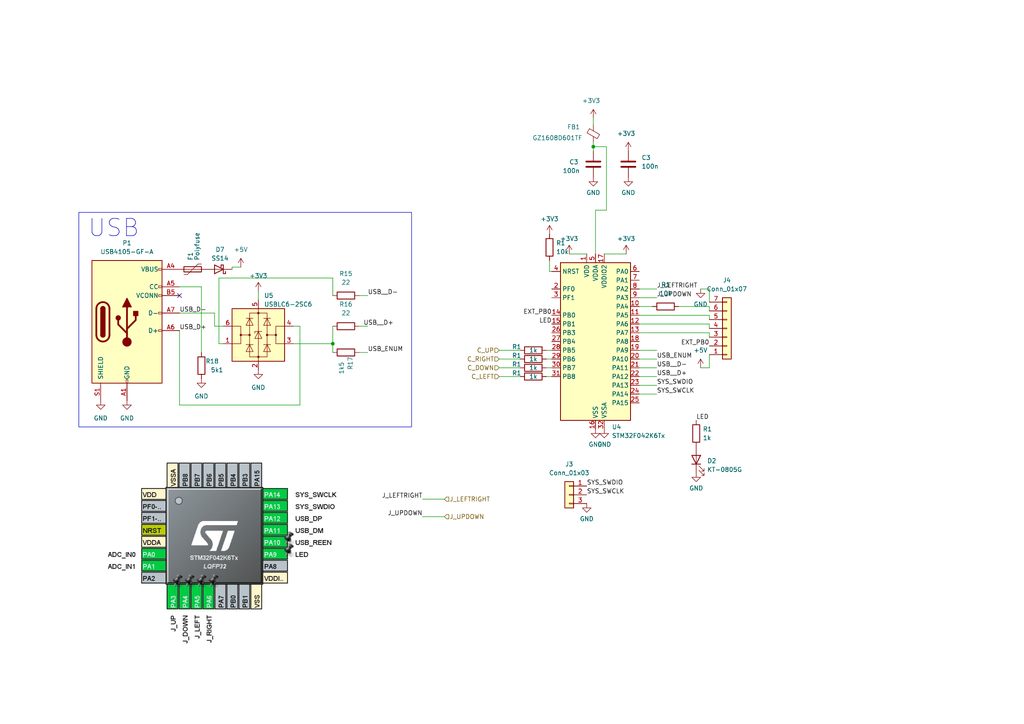
<source format=kicad_sch>
(kicad_sch (version 20230121) (generator eeschema)
  (paper "A4")
  (lib_symbols
    (symbol "Connector:USB_C_Plug_USB2.0" (pin_names (offset 1.016))
      (property "Reference" "P" (at -10.16 19.05 0))
      (property "Value" "USB_C_Plug_USB2.0" (at 12.7 19.05 0))
      (symbol "USB_C_Plug_USB2.0_0_0"
        (rectangle (start -0.254 -17.78) (end 0.254 -16.764))
        (rectangle (start 10.16 -2.286) (end 9.144 -2.794))
        (rectangle (start 10.16 2.794) (end 9.144 2.286))
        (rectangle (start 10.16 7.874) (end 9.144 7.366))
        (rectangle (start 10.16 10.414) (end 9.144 9.906))
        (rectangle (start 10.16 15.494) (end 9.144 14.986))
      )
      (symbol "USB_C_Plug_USB2.0_0_1"
        (rectangle (start -10.16 17.78) (end 10.16 -17.78) (stroke (width 0.254)) (fill (type background)))
        (arc (start -8.89 -3.81) (mid -6.985 -5.7067) (end -5.08 -3.81) (stroke (width 0.508)))
        (arc (start -7.62 -3.81) (mid -6.985 -4.4423) (end -6.35 -3.81) (stroke (width 0.254)))
        (arc (start -7.62 -3.81) (mid -6.985 -4.4423) (end -6.35 -3.81) (stroke (width 0.254)) (fill (type outline)))
        (rectangle (start -7.62 -3.81) (end -6.35 3.81) (stroke (width 0.254)) (fill (type outline)))
        (arc (start -6.35 3.81) (mid -6.985 4.4423) (end -7.62 3.81) (stroke (width 0.254)))
        (arc (start -6.35 3.81) (mid -6.985 4.4423) (end -7.62 3.81) (stroke (width 0.254)) (fill (type outline)))
        (arc (start -5.08 3.81) (mid -6.985 5.7067) (end -8.89 3.81) (stroke (width 0.508)))
        (circle (center -2.54 1.143) (radius 0.635) (stroke (width 0.254)) (fill (type outline)))
        (circle (center 0 -5.842) (radius 1.27) (fill (type outline)))
        (polyline (pts (xy -8.89 -3.81) (xy -8.89 3.81)) (stroke (width 0.508)))
        (polyline (pts (xy -5.08 3.81) (xy -5.08 -3.81)) (stroke (width 0.508)))
        (polyline (pts (xy 0 -5.842) (xy 0 4.318)) (stroke (width 0.508)))
        (polyline (pts (xy 0 -3.302) (xy -2.54 -0.762) (xy -2.54 0.508)) (stroke (width 0.508)))
        (polyline (pts (xy 0 -2.032) (xy 2.54 0.508) (xy 2.54 1.778)) (stroke (width 0.508)))
        (polyline (pts (xy -1.27 4.318) (xy 0 6.858) (xy 1.27 4.318) (xy -1.27 4.318)) (stroke (width 0.254)) (fill (type outline)))
        (rectangle (start 1.905 1.778) (end 3.175 3.048) (stroke (width 0.254)) (fill (type outline)))
      )
      (symbol "USB_C_Plug_USB2.0_1_1"
        (pin passive line (at 0 -22.86 90) (length 5.08) (name "GND") (number "A1"))
        (pin passive line (at 0 -22.86 90) (length 5.08) hide (name "GND") (number "A12"))
        (pin passive line (at 15.24 15.24 180) (length 5.08) (name "VBUS") (number "A4"))
        (pin bidirectional line (at 15.24 10.16 180) (length 5.08) (name "CC") (number "A5"))
        (pin bidirectional line (at 15.24 -2.54 180) (length 5.08) (name "D+") (number "A6"))
        (pin bidirectional line (at 15.24 2.54 180) (length 5.08) (name "D-") (number "A7"))
        (pin passive line (at 15.24 15.24 180) (length 5.08) hide (name "VBUS") (number "A9"))
        (pin passive line (at 0 -22.86 90) (length 5.08) hide (name "GND") (number "B1"))
        (pin passive line (at 0 -22.86 90) (length 5.08) hide (name "GND") (number "B12"))
        (pin passive line (at 15.24 15.24 180) (length 5.08) hide (name "VBUS") (number "B4"))
        (pin bidirectional line (at 15.24 7.62 180) (length 5.08) (name "VCONN") (number "B5"))
        (pin passive line (at 15.24 15.24 180) (length 5.08) hide (name "VBUS") (number "B9"))
        (pin passive line (at -7.62 -22.86 90) (length 5.08) (name "SHIELD") (number "S1"))
      )
    )
    (symbol "Connector_Generic:Conn_01x03" (pin_names (offset 1.016) hide)
      (property "Reference" "J" (at 0 5.08 0))
      (property "Value" "Conn_01x03" (at 0 -5.08 0))
      (symbol "Conn_01x03_1_1"
        (rectangle (start -1.27 -2.413) (end 0 -2.667) (stroke (width 0.1524)))
        (rectangle (start -1.27 0.127) (end 0 -0.127) (stroke (width 0.1524)))
        (rectangle (start -1.27 2.667) (end 0 2.413) (stroke (width 0.1524)))
        (rectangle (start -1.27 3.81) (end 1.27 -3.81) (stroke (width 0.254)) (fill (type background)))
        (pin passive line (at -5.08 2.54 0) (length 3.81) (name "Pin_1") (number "1"))
        (pin passive line (at -5.08 0 0) (length 3.81) (name "Pin_2") (number "2"))
        (pin passive line (at -5.08 -2.54 0) (length 3.81) (name "Pin_3") (number "3"))
      )
    )
    (symbol "Connector_Generic:Conn_01x07" (pin_names (offset 1.016) hide)
      (property "Reference" "J" (at 0 10.16 0))
      (property "Value" "Conn_01x07" (at 0 -10.16 0))
      (symbol "Conn_01x07_1_1"
        (rectangle (start -1.27 -7.493) (end 0 -7.747) (stroke (width 0.1524)))
        (rectangle (start -1.27 -4.953) (end 0 -5.207) (stroke (width 0.1524)))
        (rectangle (start -1.27 -2.413) (end 0 -2.667) (stroke (width 0.1524)))
        (rectangle (start -1.27 0.127) (end 0 -0.127) (stroke (width 0.1524)))
        (rectangle (start -1.27 2.667) (end 0 2.413) (stroke (width 0.1524)))
        (rectangle (start -1.27 5.207) (end 0 4.953) (stroke (width 0.1524)))
        (rectangle (start -1.27 7.747) (end 0 7.493) (stroke (width 0.1524)))
        (rectangle (start -1.27 8.89) (end 1.27 -8.89) (stroke (width 0.254)) (fill (type background)))
        (pin passive line (at -5.08 7.62 0) (length 3.81) (name "Pin_1") (number "1"))
        (pin passive line (at -5.08 5.08 0) (length 3.81) (name "Pin_2") (number "2"))
        (pin passive line (at -5.08 2.54 0) (length 3.81) (name "Pin_3") (number "3"))
        (pin passive line (at -5.08 0 0) (length 3.81) (name "Pin_4") (number "4"))
        (pin passive line (at -5.08 -2.54 0) (length 3.81) (name "Pin_5") (number "5"))
        (pin passive line (at -5.08 -5.08 0) (length 3.81) (name "Pin_6") (number "6"))
        (pin passive line (at -5.08 -7.62 0) (length 3.81) (name "Pin_7") (number "7"))
      )
    )
    (symbol "Device:C" (pin_numbers hide) (pin_names (offset 0.254))
      (property "Reference" "C" (at 0.635 2.54 0))
      (property "Value" "C" (at 0.635 -2.54 0))
      (symbol "C_0_1"
        (polyline (pts (xy -2.032 -0.762) (xy 2.032 -0.762)) (stroke (width 0.508)))
        (polyline (pts (xy -2.032 0.762) (xy 2.032 0.762)) (stroke (width 0.508)))
      )
      (symbol "C_1_1"
        (pin passive line (at 0 3.81 270) (length 2.794) (name "~") (number "1"))
        (pin passive line (at 0 -3.81 90) (length 2.794) (name "~") (number "2"))
      )
    )
    (symbol "Device:D_Schottky" (pin_numbers hide) (pin_names (offset 1.016) hide)
      (property "Reference" "D" (at 0 2.54 0))
      (property "Value" "D_Schottky" (at 0 -2.54 0))
      (symbol "D_Schottky_0_1"
        (polyline (pts (xy 1.27 0) (xy -1.27 0)))
        (polyline (pts (xy 1.27 1.27) (xy 1.27 -1.27) (xy -1.27 0) (xy 1.27 1.27)) (stroke (width 0.254)))
        (polyline (pts (xy -1.905 0.635) (xy -1.905 1.27) (xy -1.27 1.27) (xy -1.27 -1.27) (xy -0.635 -1.27) (xy -0.635 -0.635)) (stroke (width 0.254)))
      )
      (symbol "D_Schottky_1_1"
        (pin passive line (at -3.81 0 0) (length 2.54) (name "K") (number "1"))
        (pin passive line (at 3.81 0 180) (length 2.54) (name "A") (number "2"))
      )
    )
    (symbol "Device:FerriteBead_Small" (pin_numbers hide) (pin_names (offset 0))
      (property "Reference" "FB" (at 1.905 1.27 0))
      (property "Value" "FerriteBead_Small" (at 1.905 -1.27 0))
      (symbol "FerriteBead_Small_0_1"
        (polyline (pts (xy 0 -1.27) (xy 0 -0.7874)))
        (polyline (pts (xy 0 0.889) (xy 0 1.2954)))
        (polyline (pts (xy -1.8288 0.2794) (xy -1.1176 1.4986) (xy 1.8288 -0.2032) (xy 1.1176 -1.4224) (xy -1.8288 0.2794)))
      )
      (symbol "FerriteBead_Small_1_1"
        (pin passive line (at 0 2.54 270) (length 1.27) (name "~") (number "1"))
        (pin passive line (at 0 -2.54 90) (length 1.27) (name "~") (number "2"))
      )
    )
    (symbol "Device:LED" (pin_numbers hide) (pin_names (offset 1.016) hide)
      (property "Reference" "D" (at 0 2.54 0))
      (property "Value" "LED" (at 0 -2.54 0))
      (symbol "LED_0_1"
        (polyline (pts (xy -1.27 -1.27) (xy -1.27 1.27)) (stroke (width 0.254)))
        (polyline (pts (xy -1.27 0) (xy 1.27 0)))
        (polyline (pts (xy 1.27 -1.27) (xy 1.27 1.27) (xy -1.27 0) (xy 1.27 -1.27)) (stroke (width 0.254)))
        (polyline (pts (xy -3.048 -0.762) (xy -4.572 -2.286) (xy -3.81 -2.286) (xy -4.572 -2.286) (xy -4.572 -1.524)))
        (polyline (pts (xy -1.778 -0.762) (xy -3.302 -2.286) (xy -2.54 -2.286) (xy -3.302 -2.286) (xy -3.302 -1.524)))
      )
      (symbol "LED_1_1"
        (pin passive line (at -3.81 0 0) (length 2.54) (name "K") (number "1"))
        (pin passive line (at 3.81 0 180) (length 2.54) (name "A") (number "2"))
      )
    )
    (symbol "Device:Polyfuse" (pin_numbers hide) (pin_names (offset 0))
      (property "Reference" "F" (at -2.54 0 90))
      (property "Value" "Polyfuse" (at 2.54 0 90))
      (symbol "Polyfuse_0_1"
        (rectangle (start -0.762 2.54) (end 0.762 -2.54) (stroke (width 0.254)))
        (polyline (pts (xy 0 2.54) (xy 0 -2.54)))
        (polyline (pts (xy -1.524 2.54) (xy -1.524 1.524) (xy 1.524 -1.524) (xy 1.524 -2.54)))
      )
      (symbol "Polyfuse_1_1"
        (pin passive line (at 0 3.81 270) (length 1.27) (name "~") (number "1"))
        (pin passive line (at 0 -3.81 90) (length 1.27) (name "~") (number "2"))
      )
    )
    (symbol "Device:R" (pin_numbers hide) (pin_names (offset 0))
      (property "Reference" "R" (at 2.032 0 90))
      (property "Value" "R" (at 0 0 90))
      (symbol "R_0_1"
        (rectangle (start -1.016 -2.54) (end 1.016 2.54) (stroke (width 0.254)))
      )
      (symbol "R_1_1"
        (pin passive line (at 0 3.81 270) (length 1.27) (name "~") (number "1"))
        (pin passive line (at 0 -3.81 90) (length 1.27) (name "~") (number "2"))
      )
    )
    (symbol "MCU_ST_STM32F0:STM32F042K6Tx"
      (property "Reference" "U" (at -10.16 24.13 0))
      (property "Value" "STM32F042K6Tx" (at 5.08 24.13 0))
      (symbol "STM32F042K6Tx_0_1"
        (rectangle (start -10.16 -22.86) (end 10.16 22.86) (stroke (width 0.254)) (fill (type background)))
      )
      (symbol "STM32F042K6Tx_1_1"
        (pin power_in line (at -2.54 25.4 270) (length 2.54) (name "VDD") (number "1"))
        (pin bidirectional line (at 12.7 10.16 180) (length 2.54) (name "PA4") (number "10"))
        (pin bidirectional line (at 12.7 7.62 180) (length 2.54) (name "PA5") (number "11"))
        (pin bidirectional line (at 12.7 5.08 180) (length 2.54) (name "PA6") (number "12"))
        (pin bidirectional line (at 12.7 2.54 180) (length 2.54) (name "PA7") (number "13"))
        (pin bidirectional line (at -12.7 7.62 0) (length 2.54) (name "PB0") (number "14"))
        (pin bidirectional line (at -12.7 5.08 0) (length 2.54) (name "PB1") (number "15"))
        (pin power_in line (at 0 -25.4 90) (length 2.54) (name "VSS") (number "16"))
        (pin power_in line (at 2.54 25.4 270) (length 2.54) (name "VDDIO2") (number "17"))
        (pin bidirectional line (at 12.7 0 180) (length 2.54) (name "PA8") (number "18"))
        (pin bidirectional line (at 12.7 -2.54 180) (length 2.54) (name "PA9") (number "19"))
        (pin bidirectional line (at -12.7 15.24 0) (length 2.54) (name "PF0") (number "2"))
        (pin bidirectional line (at 12.7 -5.08 180) (length 2.54) (name "PA10") (number "20"))
        (pin bidirectional line (at 12.7 -7.62 180) (length 2.54) (name "PA11") (number "21"))
        (pin bidirectional line (at 12.7 -10.16 180) (length 2.54) (name "PA12") (number "22"))
        (pin bidirectional line (at 12.7 -12.7 180) (length 2.54) (name "PA13") (number "23"))
        (pin bidirectional line (at 12.7 -15.24 180) (length 2.54) (name "PA14") (number "24"))
        (pin bidirectional line (at 12.7 -17.78 180) (length 2.54) (name "PA15") (number "25"))
        (pin bidirectional line (at -12.7 2.54 0) (length 2.54) (name "PB3") (number "26"))
        (pin bidirectional line (at -12.7 0 0) (length 2.54) (name "PB4") (number "27"))
        (pin bidirectional line (at -12.7 -2.54 0) (length 2.54) (name "PB5") (number "28"))
        (pin bidirectional line (at -12.7 -5.08 0) (length 2.54) (name "PB6") (number "29"))
        (pin bidirectional line (at -12.7 12.7 0) (length 2.54) (name "PF1") (number "3"))
        (pin bidirectional line (at -12.7 -7.62 0) (length 2.54) (name "PB7") (number "30"))
        (pin bidirectional line (at -12.7 -10.16 0) (length 2.54) (name "PB8") (number "31"))
        (pin power_in line (at 2.54 -25.4 90) (length 2.54) (name "VSSA") (number "32"))
        (pin input line (at -12.7 20.32 0) (length 2.54) (name "NRST") (number "4"))
        (pin power_in line (at 0 25.4 270) (length 2.54) (name "VDDA") (number "5"))
        (pin bidirectional line (at 12.7 20.32 180) (length 2.54) (name "PA0") (number "6"))
        (pin bidirectional line (at 12.7 17.78 180) (length 2.54) (name "PA1") (number "7"))
        (pin bidirectional line (at 12.7 15.24 180) (length 2.54) (name "PA2") (number "8"))
        (pin bidirectional line (at 12.7 12.7 180) (length 2.54) (name "PA3") (number "9"))
      )
    )
    (symbol "Power_Protection:USBLC6-2SC6" (pin_names hide)
      (property "Reference" "U" (at 2.54 8.89 0))
      (property "Value" "USBLC6-2SC6" (at 2.54 -8.89 0))
      (symbol "USBLC6-2SC6_0_1"
        (rectangle (start -7.62 -7.62) (end 7.62 7.62) (stroke (width 0.254)) (fill (type background)))
        (circle (center -5.08 0) (radius 0.254) (fill (type outline)))
        (circle (center -2.54 0) (radius 0.254) (fill (type outline)))
        (rectangle (start -2.54 6.35) (end 2.54 -6.35))
        (circle (center 0 -6.35) (radius 0.254) (fill (type outline)))
        (polyline (pts (xy -5.08 -2.54) (xy -7.62 -2.54)))
        (polyline (pts (xy -5.08 0) (xy -5.08 -2.54)))
        (polyline (pts (xy -5.08 2.54) (xy -7.62 2.54)))
        (polyline (pts (xy -1.524 -2.794) (xy -3.556 -2.794)))
        (polyline (pts (xy -1.524 4.826) (xy -3.556 4.826)))
        (polyline (pts (xy 0 -7.62) (xy 0 -6.35)))
        (polyline (pts (xy 0 -6.35) (xy 0 1.27)))
        (polyline (pts (xy 0 1.27) (xy 0 6.35)))
        (polyline (pts (xy 0 6.35) (xy 0 7.62)))
        (polyline (pts (xy 1.524 -2.794) (xy 3.556 -2.794)))
        (polyline (pts (xy 1.524 4.826) (xy 3.556 4.826)))
        (polyline (pts (xy 5.08 -2.54) (xy 7.62 -2.54)))
        (polyline (pts (xy 5.08 0) (xy 5.08 -2.54)))
        (polyline (pts (xy 5.08 2.54) (xy 7.62 2.54)))
        (polyline (pts (xy -2.54 0) (xy -5.08 0) (xy -5.08 2.54)))
        (polyline (pts (xy 2.54 0) (xy 5.08 0) (xy 5.08 2.54)))
        (polyline (pts (xy -3.556 -4.826) (xy -1.524 -4.826) (xy -2.54 -2.794) (xy -3.556 -4.826)))
        (polyline (pts (xy -3.556 2.794) (xy -1.524 2.794) (xy -2.54 4.826) (xy -3.556 2.794)))
        (polyline (pts (xy -1.016 -1.016) (xy 1.016 -1.016) (xy 0 1.016) (xy -1.016 -1.016)))
        (polyline (pts (xy 1.016 1.016) (xy 0.762 1.016) (xy -1.016 1.016) (xy -1.016 0.508)))
        (polyline (pts (xy 3.556 -4.826) (xy 1.524 -4.826) (xy 2.54 -2.794) (xy 3.556 -4.826)))
        (polyline (pts (xy 3.556 2.794) (xy 1.524 2.794) (xy 2.54 4.826) (xy 3.556 2.794)))
        (circle (center 0 6.35) (radius 0.254) (fill (type outline)))
        (circle (center 2.54 0) (radius 0.254) (fill (type outline)))
        (circle (center 5.08 0) (radius 0.254) (fill (type outline)))
      )
      (symbol "USBLC6-2SC6_1_1"
        (pin passive line (at -10.16 -2.54 0) (length 2.54) (name "I/O1") (number "1"))
        (pin passive line (at 0 -10.16 90) (length 2.54) (name "GND") (number "2"))
        (pin passive line (at 10.16 -2.54 180) (length 2.54) (name "I/O2") (number "3"))
        (pin passive line (at 10.16 2.54 180) (length 2.54) (name "I/O2") (number "4"))
        (pin passive line (at 0 10.16 270) (length 2.54) (name "VBUS") (number "5"))
        (pin passive line (at -10.16 2.54 0) (length 2.54) (name "I/O1") (number "6"))
      )
    )
    (symbol "power:+3V3" (power) (pin_names (offset 0))
      (property "Value" "+3V3" (at 0 3.556 0))
      (symbol "+3V3_0_1"
        (polyline (pts (xy -0.762 1.27) (xy 0 2.54)))
        (polyline (pts (xy 0 0) (xy 0 2.54)))
        (polyline (pts (xy 0 2.54) (xy 0.762 1.27)))
      )
      (symbol "+3V3_1_1"
        (pin power_in line (at 0 0 90) (length 0) hide (name "+3V3") (number "1"))
      )
    )
    (symbol "power:+5V" (power) (pin_names (offset 0))
      (property "Value" "+5V" (at 0 3.556 0))
      (symbol "+5V_0_1"
        (polyline (pts (xy -0.762 1.27) (xy 0 2.54)))
        (polyline (pts (xy 0 0) (xy 0 2.54)))
        (polyline (pts (xy 0 2.54) (xy 0.762 1.27)))
      )
      (symbol "+5V_1_1"
        (pin power_in line (at 0 0 90) (length 0) hide (name "+5V") (number "1"))
      )
    )
    (symbol "power:GND" (power) (pin_names (offset 0))
      (property "Value" "GND" (at 0 -3.81 0))
      (symbol "GND_0_1"
        (polyline (pts (xy 0 0) (xy 0 -1.27) (xy 1.27 -1.27) (xy 0 -2.54) (xy -1.27 -1.27) (xy 0 -1.27)))
      )
      (symbol "GND_1_1"
        (pin power_in line (at 0 0 270) (length 0) hide (name "GND") (number "1"))
      )
    )
  )
  (junction (at 96.52 99.695))
  (junction (at 172.085 42.545))
  (no_connect (at 52.07 85.725))
  (wire (pts (xy 63.5 80.645) (xy 96.52 80.645)))
  (wire (pts (xy 86.995 94.615) (xy 86.995 117.475)))
  (wire (pts (xy 175.26 73.66) (xy 181.61 73.66)))
  (wire (pts (xy 190.5 104.14) (xy 185.42 104.14)))
  (wire (pts (xy 52.07 83.185) (xy 58.42 83.185)))
  (wire (pts (xy 58.42 83.185) (xy 58.42 102.235)))
  (wire (pts (xy 172.085 42.545) (xy 172.085 43.815)))
  (wire (pts (xy 159.385 78.74) (xy 159.385 75.565)))
  (wire (pts (xy 67.31 77.47) (xy 67.31 78.105)))
  (wire (pts (xy 165.1 73.66) (xy 170.18 73.66)))
  (wire (pts (xy 144.78 106.68) (xy 150.876 106.68)))
  (wire (pts (xy 205.74 96.52) (xy 205.74 97.79)))
  (wire (pts (xy 190.5 86.36) (xy 185.42 86.36)))
  (wire (pts (xy 122.555 149.86) (xy 128.905 149.86)))
  (wire (pts (xy 64.77 94.615) (xy 62.23 94.615)))
  (wire (pts (xy 160.02 78.74) (xy 159.385 78.74)))
  (wire (pts (xy 52.07 117.475) (xy 52.07 95.885)))
  (wire (pts (xy 62.23 94.615) (xy 62.23 90.805)))
  (wire (pts (xy 63.5 99.695) (xy 64.77 99.695)))
  (wire (pts (xy 205.74 88.9) (xy 205.74 90.17)))
  (wire (pts (xy 175.895 60.96) (xy 175.895 42.545)))
  (wire (pts (xy 185.42 114.3) (xy 190.5 114.3)))
  (wire (pts (xy 172.72 73.66) (xy 172.72 60.96)))
  (wire (pts (xy 172.085 41.275) (xy 172.085 42.545)))
  (wire (pts (xy 150.876 101.6) (xy 144.78 101.6)))
  (wire (pts (xy 190.5 109.22) (xy 185.42 109.22)))
  (wire (pts (xy 74.93 84.455) (xy 74.93 86.995)))
  (wire (pts (xy 96.52 99.695) (xy 96.52 102.235)))
  (wire (pts (xy 158.496 104.14) (xy 160.02 104.14)))
  (wire (pts (xy 203.2 106.68) (xy 205.74 106.68)))
  (wire (pts (xy 158.496 101.6) (xy 160.02 101.6)))
  (wire (pts (xy 203.2 83.82) (xy 205.74 83.82)))
  (wire (pts (xy 190.5 83.82) (xy 185.42 83.82)))
  (wire (pts (xy 190.5 101.6) (xy 185.42 101.6)))
  (wire (pts (xy 85.09 99.695) (xy 96.52 99.695)))
  (wire (pts (xy 52.07 117.475) (xy 86.995 117.475)))
  (wire (pts (xy 172.085 42.545) (xy 175.895 42.545)))
  (wire (pts (xy 85.09 94.615) (xy 86.995 94.615)))
  (wire (pts (xy 190.5 111.76) (xy 185.42 111.76)))
  (wire (pts (xy 172.72 60.96) (xy 175.895 60.96)))
  (wire (pts (xy 158.496 106.68) (xy 160.02 106.68)))
  (wire (pts (xy 205.74 93.98) (xy 205.74 95.25)))
  (wire (pts (xy 104.14 94.615) (xy 106.68 94.615)))
  (wire (pts (xy 104.14 85.725) (xy 106.68 85.725)))
  (wire (pts (xy 185.42 96.52) (xy 205.74 96.52)))
  (wire (pts (xy 205.74 83.82) (xy 205.74 87.63)))
  (wire (pts (xy 69.85 77.47) (xy 67.31 77.47)))
  (wire (pts (xy 122.555 144.78) (xy 128.905 144.78)))
  (wire (pts (xy 172.085 34.29) (xy 172.085 36.195)))
  (wire (pts (xy 52.07 90.805) (xy 62.23 90.805)))
  (wire (pts (xy 144.78 104.14) (xy 150.876 104.14)))
  (wire (pts (xy 190.5 106.68) (xy 185.42 106.68)))
  (wire (pts (xy 205.74 91.44) (xy 205.74 92.71)))
  (wire (pts (xy 158.496 109.22) (xy 160.02 109.22)))
  (wire (pts (xy 185.42 93.98) (xy 205.74 93.98)))
  (wire (pts (xy 96.52 94.615) (xy 96.52 99.695)))
  (wire (pts (xy 63.5 80.645) (xy 63.5 99.695)))
  (wire (pts (xy 205.74 106.68) (xy 205.74 102.87)))
  (wire (pts (xy 185.42 88.9) (xy 189.23 88.9)))
  (wire (pts (xy 185.42 91.44) (xy 205.74 91.44)))
  (wire (pts (xy 104.14 102.235) (xy 106.68 102.235)))
  (wire (pts (xy 144.78 109.22) (xy 150.876 109.22)))
  (wire (pts (xy 196.85 88.9) (xy 205.74 88.9)))
  (wire (pts (xy 96.52 85.725) (xy 96.52 80.645)))
  (rectangle (start 22.86 61.595) (end 119.38 123.825))
  (image (at 64.135 158.115) (scale 1.28103))
  (text "USB" (at 25.4 69.215 0) (effects (font (size 5 5)) (justify left bottom)))
  (label "EXT_PB0" (at 160.02 91.44 180))
  (label "LED" (at 201.93 121.92 0))
  (label "J_UPDOWN" (at 190.5 86.36 0))
  (label "USB__D-" (at 106.68 85.725 0))
  (label "EXT_PB0" (at 205.74 100.33 180))
  (label "LED" (at 160.02 93.98 180))
  (label "SYS_SWDIO" (at 170.18 140.97 0))
  (label "J_LEFTRIGHT" (at 122.555 144.78 180))
  (label "SYS_SWCLK" (at 170.18 143.51 0))
  (label "SYS_SWDIO" (at 190.5 111.76 0))
  (label "J_LEFTRIGHT" (at 190.5 83.82 0))
  (label "SYS_SWCLK" (at 190.5 114.3 0))
  (label "USB__D-" (at 190.5 106.68 0))
  (label "USB__D+" (at 190.5 109.22 0))
  (label "USB_D-" (at 52.07 90.805 0))
  (label "USB__D+" (at 105.41 94.615 0))
  (label "USB_ENUM" (at 106.68 102.235 0))
  (label "J_UPDOWN" (at 122.555 149.86 180))
  (label "USB_ENUM" (at 190.5 104.14 0))
  (label "USB_D+" (at 52.07 95.885 0))
  (hierarchical_label "C_LEFT" (shape input) (at 144.78 109.22 180))
  (hierarchical_label "C_DOWN" (shape input) (at 144.78 106.68 180))
  (hierarchical_label "J_UPDOWN" (shape input) (at 128.905 149.86 0))
  (hierarchical_label "C_RIGHT" (shape input) (at 144.78 104.14 180))
  (hierarchical_label "J_LEFTRIGHT" (shape input) (at 128.905 144.78 0))
  (hierarchical_label "C_UP" (shape input) (at 144.78 101.6 180))
  (symbol (lib_id "power:GND") (at 29.21 116.205 0) (unit 1)
    (property "Reference" "#PWR044" (effects hide))
    (property "Value" "GND" (at 29.21 121.285 0))
    (instances (project "m880_jxy" (path "" (reference "#PWR044") (unit 1))) (project "geiger_v2" (path "" (reference "#PWR09") (unit 1))))
  )
  (symbol (lib_id "power:+3V3") (at 159.385 67.945 0) (unit 1)
    (property "Reference" "#PWR010" (effects hide))
    (property "Value" "+3V3" (at 159.385 63.5 0))
    (instances (project "m880_jxy" (path "" (reference "#PWR010") (unit 1)) (path "" (reference "#PWR041") (unit 1))))
  )
  (symbol (lib_id "power:+3V3") (at 165.1 73.66 0) (unit 1)
    (property "Reference" "#PWR010" (effects hide))
    (property "Value" "+3V3" (at 165.1 69.215 0))
    (instances (project "m880_jxy" (path "" (reference "#PWR010") (unit 1)) (path "" (reference "#PWR039") (unit 1))))
  )
  (symbol (lib_id "Device:FerriteBead_Small") (at 172.085 38.735 180) (unit 1)
    (property "Reference" "FB1" (at 168.275 36.83 0) (effects (justify left)))
    (property "Value" "GZ1608D601TF" (at 168.91 40.005 0) (effects (justify left)))
    (property "Footprint" "Inductor_SMD:L_0603_1608Metric" (effects hide))
    (instances (project "m880_jxy" (path "" (reference "FB1") (unit 1)) (path "" (reference "FB2") (unit 1))))
  )
  (symbol (lib_id "Device:R") (at 154.686 101.6 90) (unit 1)
    (property "Reference" "R1" (at 149.86 100.584 90))
    (property "Value" "1k" (at 154.686 101.6 90))
    (property "Footprint" "Resistor_SMD:R_0603_1608Metric" (effects hide))
    (instances (project "m880_jxy" (path "" (reference "R1") (unit 1)) (path "" (reference "R23") (unit 1))))
  )
  (symbol (lib_id "power:GND") (at 203.2 83.82 0) (unit 1)
    (property "Reference" "#PWR011" (effects hide))
    (property "Value" "GND" (at 203.2 88.265 0))
    (instances (project "m880_jxy" (path "" (reference "#PWR011") (unit 1)) (path "" (reference "#PWR057") (unit 1))))
  )
  (symbol (lib_id "Device:C") (at 172.085 47.625 0) (unit 1)
    (property "Reference" "C3" (at 165.1 46.99 0) (effects (justify left)))
    (property "Value" "100n" (at 163.195 49.53 0) (effects (justify left)))
    (property "Footprint" "Capacitor_SMD:C_0603_1608Metric" (effects hide))
    (instances (project "m880_jxy" (path "" (reference "C3") (unit 1)) (path "" (reference "C5") (unit 1))))
  )
  (symbol (lib_id "power:GND") (at 201.93 137.16 0) (unit 1)
    (property "Reference" "#PWR09" (effects hide))
    (property "Value" "GND" (at 201.93 141.605 0))
    (instances (project "m880_jxy" (path "" (reference "#PWR09") (unit 1)) (path "" (reference "#PWR038") (unit 1))))
  )
  (symbol (lib_id "Device:R") (at 58.42 106.045 0) (unit 1)
    (property "Reference" "R18" (at 63.5 104.775 0) (effects (justify right)))
    (property "Value" "5k1" (at 64.77 107.315 0) (effects (justify right)))
    (property "Footprint" "Resistor_SMD:R_0603_1608Metric" (effects hide))
    (instances (project "m880_jxy" (path "" (reference "R18") (unit 1))) (project "geiger_v2" (path "" (reference "R11") (unit 1))))
  )
  (symbol (lib_id "power:GND") (at 170.18 146.05 0) (unit 1)
    (property "Reference" "#PWR011" (effects hide))
    (property "Value" "GND" (at 170.18 150.495 0))
    (instances (project "m880_jxy" (path "" (reference "#PWR011") (unit 1)) (path "" (reference "#PWR055") (unit 1))))
  )
  (symbol (lib_id "power:+5V") (at 69.85 77.47 0) (unit 1)
    (property "Reference" "#PWR046" (effects hide))
    (property "Value" "+5V" (at 69.85 72.39 0))
    (instances (project "m880_jxy" (path "" (reference "#PWR046") (unit 1)) (path "" (reference "#PWR054") (unit 1))))
  )
  (symbol (lib_id "Device:Polyfuse") (at 55.88 78.105 90) (unit 1) (in_bom no)
    (property "Reference" "F1" (at 55.245 75.565 0) (effects (justify left)))
    (property "Value" "Polyfuse" (at 57.15 75.565 0) (effects (justify left)))
    (property "Footprint" "Fuse:Fuse_1206_3216Metric" (effects hide))
    (instances (project "m880_jxy" (path "" (reference "F1") (unit 1))) (project "geiger_v2" (path "" (reference "F2") (unit 1))))
  )
  (symbol (lib_id "power:GND") (at 172.085 51.435 0) (unit 1)
    (property "Reference" "#PWR011" (effects hide))
    (property "Value" "GND" (at 172.085 55.88 0))
    (instances (project "m880_jxy" (path "" (reference "#PWR011") (unit 1)) (path "" (reference "#PWR051") (unit 1))))
  )
  (symbol (lib_id "MCU_ST_STM32F0:STM32F042K6Tx") (at 172.72 99.06 0) (unit 1) (in_bom no)
    (property "Reference" "U4" (at 177.4541 123.825 0) (effects (justify left)))
    (property "Value" "STM32F042K6Tx" (at 177.4541 126.365 0) (effects (justify left)))
    (property "Footprint" "Package_QFP:LQFP-32_7x7mm_P0.8mm" (effects hide))
    (property "Datasheet" "https://www.st.com/resource/en/datasheet/stm32f042k6.pdf" (effects hide))
  )
  (symbol (lib_id "Connector:USB_C_Plug_USB2.0") (at 36.83 93.345 0) (unit 1) (in_bom no)
    (property "Reference" "P1" (at 36.83 70.485 0))
    (property "Value" "USB4105-GF-A" (at 36.83 73.025 0))
    (property "Footprint" "USB-C-Power-tester:TYPE-C-31-M-12" (effects hide))
    (property "Datasheet" "https://www.usb.org/sites/default/files/documents/usb_type-c.zip" (effects hide))
  )
  (symbol (lib_id "Device:C") (at 182.245 47.625 0) (unit 1)
    (property "Reference" "C3" (at 186.055 45.72 0) (effects (justify left)))
    (property "Value" "100n" (at 186.055 48.26 0) (effects (justify left)))
    (property "Footprint" "Capacitor_SMD:C_0603_1608Metric" (effects hide))
    (instances (project "m880_jxy" (path "" (reference "C3") (unit 1)) (path "" (reference "C6") (unit 1))))
  )
  (symbol (lib_id "power:+5V") (at 203.2 106.68 0) (unit 1)
    (property "Reference" "#PWR046" (effects hide))
    (property "Value" "+5V" (at 203.2 101.6 0))
    (instances (project "m880_jxy" (path "" (reference "#PWR046") (unit 1)) (path "" (reference "#PWR056") (unit 1))))
  )
  (symbol (lib_id "Device:D_Schottky") (at 63.5 78.105 180) (unit 1)
    (property "Reference" "D7" (at 63.8175 72.39 0))
    (property "Value" "SS14" (at 63.8175 74.93 0))
    (property "Footprint" "Diode_SMD:D_SMA" (effects hide))
    (instances (project "m880_jxy" (path "" (reference "D7") (unit 1))) (project "geiger_v2" (path "" (reference "D3") (unit 1))))
  )
  (symbol (lib_id "Device:R") (at 100.33 94.615 90) (unit 1)
    (property "Reference" "R16" (at 100.33 88.265 90))
    (property "Value" "22" (at 100.33 90.805 90))
    (property "Footprint" "Resistor_SMD:R_0603_1608Metric" (effects hide))
    (instances (project "m880_jxy" (path "" (reference "R16") (unit 1))) (project "geiger_v2" (path "" (reference "R4") (unit 1))))
  )
  (symbol (lib_id "Device:R") (at 154.686 109.22 90) (unit 1)
    (property "Reference" "R1" (at 149.86 108.204 90))
    (property "Value" "1k" (at 154.686 109.22 90))
    (property "Footprint" "Resistor_SMD:R_0603_1608Metric" (effects hide))
    (instances (project "m880_jxy" (path "" (reference "R1") (unit 1)) (path "" (reference "R20") (unit 1))))
  )
  (symbol (lib_id "power:GND") (at 172.72 124.46 0) (unit 1)
    (property "Reference" "#PWR011" (effects hide))
    (property "Value" "GND" (at 172.72 128.905 0))
    (instances (project "m880_jxy" (path "" (reference "#PWR011") (unit 1)) (path "" (reference "#PWR017") (unit 1))))
  )
  (symbol (lib_id "Device:LED") (at 201.93 133.35 90) (unit 1)
    (property "Reference" "D2" (at 205.105 133.6675 90) (effects (justify right)))
    (property "Value" "KT-0805G" (at 205.105 136.2075 90) (effects (justify right)))
    (property "Footprint" "LED_SMD:LED_0805_2012Metric" (effects hide))
    (instances (project "m880_jxy" (path "" (reference "D2") (unit 1)) (path "" (reference "D8") (unit 1))))
  )
  (symbol (lib_id "Device:R") (at 100.33 85.725 90) (unit 1)
    (property "Reference" "R15" (at 100.33 79.375 90))
    (property "Value" "22" (at 100.33 81.915 90))
    (property "Footprint" "Resistor_SMD:R_0603_1608Metric" (effects hide))
    (instances (project "m880_jxy" (path "" (reference "R15") (unit 1))) (project "geiger_v2" (path "" (reference "R5") (unit 1))))
  )
  (symbol (lib_id "power:+3V3") (at 182.245 43.815 0) (unit 1)
    (property "Reference" "#PWR010" (effects hide))
    (property "Value" "+3V3" (at 181.61 38.735 0))
    (instances (project "m880_jxy" (path "" (reference "#PWR010") (unit 1)) (path "" (reference "#PWR053") (unit 1))))
  )
  (symbol (lib_id "Power_Protection:USBLC6-2SC6") (at 74.93 97.155 0) (unit 1) (in_bom no)
    (property "Reference" "U5" (at 76.5811 85.725 0) (effects (justify left)))
    (property "Value" "USBLC6-2SC6" (at 76.5811 88.265 0) (effects (justify left)))
    (property "Footprint" "Package_TO_SOT_SMD:SOT-23-6" (effects hide))
    (property "Datasheet" "https://www.st.com/resource/en/datasheet/usblc6-2.pdf" (effects hide))
    (instances (project "m880_jxy" (path "" (reference "U5") (unit 1))) (project "geiger_v2" (path "" (reference "U3") (unit 1))))
  )
  (symbol (lib_id "Device:R") (at 100.33 102.235 270) (unit 1)
    (property "Reference" "R17" (at 101.6 107.315 0) (effects (justify right)))
    (property "Value" "1k5" (at 99.06 108.585 0) (effects (justify right)))
    (property "Footprint" "Resistor_SMD:R_0603_1608Metric" (effects hide))
    (instances (project "m880_jxy" (path "" (reference "R17") (unit 1))) (project "geiger_v2" (path "" (reference "R19") (unit 1))))
  )
  (symbol (lib_id "power:+3V3") (at 74.93 84.455 0) (unit 1)
    (property "Reference" "#PWR010" (effects hide))
    (property "Value" "+3V3" (at 74.93 80.01 0))
    (instances (project "m880_jxy" (path "" (reference "#PWR010") (unit 1)) (path "" (reference "#PWR047") (unit 1))))
  )
  (symbol (lib_id "power:+3V3") (at 172.085 34.29 0) (unit 1)
    (property "Reference" "#PWR010" (effects hide))
    (property "Value" "+3V3" (at 171.45 29.21 0))
    (instances (project "m880_jxy" (path "" (reference "#PWR010") (unit 1)) (path "" (reference "#PWR050") (unit 1))))
  )
  (symbol (lib_id "Connector_Generic:Conn_01x03") (at 165.1 143.51 0) (mirror y) (unit 1) (in_bom no)
    (property "Reference" "J3" (at 165.1 134.62 0))
    (property "Value" "Conn_01x03" (at 165.1 137.16 0))
    (property "Footprint" "Connector_PinHeader_2.54mm:PinHeader_1x03_P2.54mm_Vertical" (effects hide))
  )
  (symbol (lib_id "power:GND") (at 74.93 107.315 0) (unit 1)
    (property "Reference" "#PWR042" (effects hide))
    (property "Value" "GND" (at 74.93 112.395 0))
    (instances (project "m880_jxy" (path "" (reference "#PWR042") (unit 1))) (project "geiger_v2" (path "" (reference "#PWR030") (unit 1))))
  )
  (symbol (lib_id "Device:R") (at 193.04 88.9 90) (unit 1)
    (property "Reference" "R1" (at 193.04 82.55 90))
    (property "Value" "10k" (at 193.04 85.09 90))
    (property "Footprint" "Resistor_SMD:R_0603_1608Metric" (effects hide))
    (instances (project "m880_jxy" (path "" (reference "R1") (unit 1)) (path "" (reference "R24") (unit 1))))
  )
  (symbol (lib_id "Device:R") (at 201.93 125.73 0) (unit 1)
    (property "Reference" "R1" (at 203.835 124.46 0) (effects (justify left)))
    (property "Value" "1k" (at 203.835 127 0) (effects (justify left)))
    (property "Footprint" "Resistor_SMD:R_0603_1608Metric" (effects hide))
    (instances (project "m880_jxy" (path "" (reference "R1") (unit 1)) (path "" (reference "R19") (unit 1))))
  )
  (symbol (lib_id "power:GND") (at 58.42 109.855 0) (unit 1)
    (property "Reference" "#PWR043" (effects hide))
    (property "Value" "GND" (at 58.42 114.935 0))
    (instances (project "m880_jxy" (path "" (reference "#PWR043") (unit 1))) (project "geiger_v2" (path "" (reference "#PWR029") (unit 1))))
  )
  (symbol (lib_id "power:GND") (at 182.245 51.435 0) (unit 1)
    (property "Reference" "#PWR011" (effects hide))
    (property "Value" "GND" (at 182.245 55.88 0))
    (instances (project "m880_jxy" (path "" (reference "#PWR011") (unit 1)) (path "" (reference "#PWR052") (unit 1))))
  )
  (symbol (lib_id "power:GND") (at 36.83 116.205 0) (unit 1)
    (property "Reference" "#PWR045" (effects hide))
    (property "Value" "GND" (at 36.83 121.285 0))
    (instances (project "m880_jxy" (path "" (reference "#PWR045") (unit 1))) (project "geiger_v2" (path "" (reference "#PWR010") (unit 1))))
  )
  (symbol (lib_id "Device:R") (at 154.686 106.68 90) (unit 1)
    (property "Reference" "R1" (at 149.86 105.664 90))
    (property "Value" "1k" (at 154.686 106.68 90))
    (property "Footprint" "Resistor_SMD:R_0603_1608Metric" (effects hide))
    (instances (project "m880_jxy" (path "" (reference "R1") (unit 1)) (path "" (reference "R21") (unit 1))))
  )
  (symbol (lib_id "power:GND") (at 175.26 124.46 0) (unit 1)
    (property "Reference" "#PWR011" (effects hide))
    (property "Value" "GND" (at 175.26 128.905 0))
    (instances (project "m880_jxy" (path "" (reference "#PWR011") (unit 1)) (path "" (reference "#PWR018") (unit 1))))
  )
  (symbol (lib_id "Device:R") (at 154.686 104.14 90) (unit 1)
    (property "Reference" "R1" (at 149.86 103.124 90))
    (property "Value" "1k" (at 154.686 104.14 90))
    (property "Footprint" "Resistor_SMD:R_0603_1608Metric" (effects hide))
    (instances (project "m880_jxy" (path "" (reference "R1") (unit 1)) (path "" (reference "R22") (unit 1))))
  )
  (symbol (lib_id "Device:R") (at 159.385 71.755 0) (unit 1)
    (property "Reference" "R1" (at 161.29 70.485 0) (effects (justify left)))
    (property "Value" "10k" (at 161.29 73.025 0) (effects (justify left)))
    (property "Footprint" "Resistor_SMD:R_0603_1608Metric" (effects hide))
    (instances (project "m880_jxy" (path "" (reference "R1") (unit 1)) (path "" (reference "R14") (unit 1))))
  )
  (symbol (lib_id "Connector_Generic:Conn_01x07") (at 210.82 95.25 0) (mirror x) (unit 1) (in_bom no)
    (property "Reference" "J4" (at 210.82 81.28 0))
    (property "Value" "Conn_01x07" (at 210.82 83.82 0))
    (property "Footprint" "Connector_PinHeader_2.54mm:PinHeader_1x07_P2.54mm_Vertical" (effects hide))
  )
  (symbol (lib_id "power:+3V3") (at 181.61 73.66 0) (unit 1)
    (property "Reference" "#PWR010" (effects hide))
    (property "Value" "+3V3" (at 181.61 69.215 0))
    (instances (project "m880_jxy" (path "" (reference "#PWR010") (unit 1)) (path "" (reference "#PWR040") (unit 1))))
  )
)
</source>
